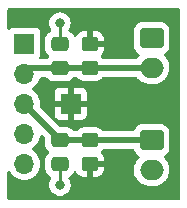
<source format=gbr>
%TF.GenerationSoftware,KiCad,Pcbnew,(6.0.1)*%
%TF.CreationDate,2022-02-14T11:52:31-05:00*%
%TF.ProjectId,SKR-Mini_TFT_Thermistor_Board,534b522d-4d69-46e6-995f-5446545f5468,rev?*%
%TF.SameCoordinates,Original*%
%TF.FileFunction,Copper,L1,Top*%
%TF.FilePolarity,Positive*%
%FSLAX46Y46*%
G04 Gerber Fmt 4.6, Leading zero omitted, Abs format (unit mm)*
G04 Created by KiCad (PCBNEW (6.0.1)) date 2022-02-14 11:52:31*
%MOMM*%
%LPD*%
G01*
G04 APERTURE LIST*
G04 Aperture macros list*
%AMRoundRect*
0 Rectangle with rounded corners*
0 $1 Rounding radius*
0 $2 $3 $4 $5 $6 $7 $8 $9 X,Y pos of 4 corners*
0 Add a 4 corners polygon primitive as box body*
4,1,4,$2,$3,$4,$5,$6,$7,$8,$9,$2,$3,0*
0 Add four circle primitives for the rounded corners*
1,1,$1+$1,$2,$3*
1,1,$1+$1,$4,$5*
1,1,$1+$1,$6,$7*
1,1,$1+$1,$8,$9*
0 Add four rect primitives between the rounded corners*
20,1,$1+$1,$2,$3,$4,$5,0*
20,1,$1+$1,$4,$5,$6,$7,0*
20,1,$1+$1,$6,$7,$8,$9,0*
20,1,$1+$1,$8,$9,$2,$3,0*%
G04 Aperture macros list end*
%TA.AperFunction,SMDPad,CuDef*%
%ADD10RoundRect,0.250000X0.475000X-0.337500X0.475000X0.337500X-0.475000X0.337500X-0.475000X-0.337500X0*%
%TD*%
%TA.AperFunction,SMDPad,CuDef*%
%ADD11RoundRect,0.250000X0.450000X-0.350000X0.450000X0.350000X-0.450000X0.350000X-0.450000X-0.350000X0*%
%TD*%
%TA.AperFunction,SMDPad,CuDef*%
%ADD12RoundRect,0.250000X-0.475000X0.337500X-0.475000X-0.337500X0.475000X-0.337500X0.475000X0.337500X0*%
%TD*%
%TA.AperFunction,SMDPad,CuDef*%
%ADD13RoundRect,0.250000X-0.450000X0.350000X-0.450000X-0.350000X0.450000X-0.350000X0.450000X0.350000X0*%
%TD*%
%TA.AperFunction,ComponentPad*%
%ADD14RoundRect,0.250000X-0.750000X0.600000X-0.750000X-0.600000X0.750000X-0.600000X0.750000X0.600000X0*%
%TD*%
%TA.AperFunction,ComponentPad*%
%ADD15O,2.000000X1.700000*%
%TD*%
%TA.AperFunction,ComponentPad*%
%ADD16R,1.700000X1.700000*%
%TD*%
%TA.AperFunction,ComponentPad*%
%ADD17O,1.700000X1.700000*%
%TD*%
%TA.AperFunction,ViaPad*%
%ADD18C,0.800000*%
%TD*%
%TA.AperFunction,Conductor*%
%ADD19C,0.250000*%
%TD*%
%TA.AperFunction,Conductor*%
%ADD20C,0.500000*%
%TD*%
G04 APERTURE END LIST*
D10*
%TO.P,C2,1*%
%TO.N,RX2-PA3*%
X115443000Y-96033500D03*
%TO.P,C2,2*%
%TO.N,GND*%
X115443000Y-93958500D03*
%TD*%
D11*
%TO.P,R2,1*%
%TO.N,RX2-PA3*%
X117983000Y-95996000D03*
%TO.P,R2,2*%
%TO.N,+3V3*%
X117983000Y-93996000D03*
%TD*%
D12*
%TO.P,C1,1*%
%TO.N,TX2-PA2*%
X115443000Y-102086500D03*
%TO.P,C1,2*%
%TO.N,GND*%
X115443000Y-104161500D03*
%TD*%
D13*
%TO.P,R1,1*%
%TO.N,TX2-PA2*%
X117983000Y-102124000D03*
%TO.P,R1,2*%
%TO.N,+3V3*%
X117983000Y-104124000D03*
%TD*%
D14*
%TO.P,T0,1,Pin_1*%
%TO.N,TX2-PA2*%
X123207000Y-102128000D03*
D15*
%TO.P,T0,2,Pin_2*%
%TO.N,GND*%
X123207000Y-104628000D03*
%TD*%
D14*
%TO.P,T1,1,Pin_1*%
%TO.N,GND*%
X123207000Y-93492000D03*
D15*
%TO.P,T1,2,Pin_2*%
%TO.N,RX2-PA3*%
X123207000Y-95992000D03*
%TD*%
D16*
%TO.P,J2,1,Pin_1*%
%TO.N,+3V3*%
X116357000Y-99030000D03*
%TD*%
%TO.P,J1,1,Pin_1*%
%TO.N,RST*%
X112420000Y-93955000D03*
D17*
%TO.P,J1,2,Pin_2*%
%TO.N,RX2-PA3*%
X112420000Y-96495000D03*
%TO.P,J1,3,Pin_3*%
%TO.N,TX2-PA2*%
X112420000Y-99035000D03*
%TO.P,J1,4,Pin_4*%
%TO.N,GND*%
X112420000Y-101575000D03*
%TO.P,J1,5,Pin_5*%
%TO.N,PWR*%
X112420000Y-104115000D03*
%TD*%
D18*
%TO.N,+3V3*%
X120523000Y-94742000D03*
X120523000Y-103378000D03*
%TO.N,GND*%
X115443000Y-92202000D03*
X115443000Y-105918000D03*
%TD*%
D19*
%TO.N,+3V3*%
X117999000Y-93980000D02*
X117983000Y-93996000D01*
X120523000Y-94742000D02*
X119761000Y-93980000D01*
X120523000Y-103378000D02*
X119761000Y-104140000D01*
X119761000Y-93980000D02*
X117999000Y-93980000D01*
X119761000Y-104140000D02*
X117999000Y-104140000D01*
%TO.N,GND*%
X115443000Y-93958500D02*
X115443000Y-92202000D01*
X115443000Y-104161500D02*
X115443000Y-105918000D01*
D20*
%TO.N,RX2-PA3*%
X117983000Y-95996000D02*
X123166000Y-95996000D01*
X115480500Y-95996000D02*
X115443000Y-96033500D01*
X117983000Y-95996000D02*
X115480500Y-95996000D01*
X123166000Y-95996000D02*
X123190000Y-95972000D01*
X115443000Y-96033500D02*
X112881500Y-96033500D01*
X112881500Y-96033500D02*
X112395000Y-96520000D01*
%TO.N,TX2-PA2*%
X123174000Y-102124000D02*
X123190000Y-102108000D01*
X115443000Y-102086500D02*
X115421500Y-102086500D01*
X117945500Y-102086500D02*
X117983000Y-102124000D01*
X117983000Y-102124000D02*
X123174000Y-102124000D01*
X115421500Y-102086500D02*
X112395000Y-99060000D01*
X115443000Y-102086500D02*
X117945500Y-102086500D01*
%TD*%
%TA.AperFunction,Conductor*%
%TO.N,+3V3*%
G36*
X125545121Y-90952002D02*
G01*
X125591614Y-91005658D01*
X125603000Y-91058000D01*
X125603000Y-107062000D01*
X125582998Y-107130121D01*
X125529342Y-107176614D01*
X125477000Y-107188000D01*
X111124000Y-107188000D01*
X111055879Y-107167998D01*
X111009386Y-107114342D01*
X110998000Y-107062000D01*
X110998000Y-104841416D01*
X111018002Y-104773295D01*
X111071658Y-104726802D01*
X111141932Y-104716698D01*
X111206512Y-104746192D01*
X111231433Y-104775581D01*
X111263536Y-104827968D01*
X111319987Y-104920088D01*
X111466250Y-105088938D01*
X111638126Y-105231632D01*
X111831000Y-105344338D01*
X111835825Y-105346180D01*
X111835826Y-105346181D01*
X111847765Y-105350740D01*
X112039692Y-105424030D01*
X112044760Y-105425061D01*
X112044763Y-105425062D01*
X112095316Y-105435347D01*
X112258597Y-105468567D01*
X112263772Y-105468757D01*
X112263774Y-105468757D01*
X112476673Y-105476564D01*
X112476677Y-105476564D01*
X112481837Y-105476753D01*
X112486957Y-105476097D01*
X112486959Y-105476097D01*
X112698288Y-105449025D01*
X112698289Y-105449025D01*
X112703416Y-105448368D01*
X112746817Y-105435347D01*
X112912429Y-105385661D01*
X112912434Y-105385659D01*
X112917384Y-105384174D01*
X113117994Y-105285896D01*
X113299860Y-105156173D01*
X113315138Y-105140949D01*
X113388604Y-105067739D01*
X113458096Y-104998489D01*
X113472445Y-104978521D01*
X113585435Y-104821277D01*
X113588453Y-104817077D01*
X113595531Y-104802757D01*
X113685136Y-104621453D01*
X113685137Y-104621451D01*
X113687430Y-104616811D01*
X113752370Y-104403069D01*
X113781529Y-104181590D01*
X113783156Y-104115000D01*
X113764852Y-103892361D01*
X113710431Y-103675702D01*
X113621354Y-103470840D01*
X113540279Y-103345517D01*
X113502822Y-103287617D01*
X113502820Y-103287614D01*
X113500014Y-103283277D01*
X113349670Y-103118051D01*
X113345619Y-103114852D01*
X113345615Y-103114848D01*
X113178414Y-102982800D01*
X113178410Y-102982798D01*
X113174359Y-102979598D01*
X113133053Y-102956796D01*
X113083084Y-102906364D01*
X113068312Y-102836921D01*
X113093428Y-102770516D01*
X113120780Y-102743909D01*
X113164603Y-102712650D01*
X113299860Y-102616173D01*
X113458096Y-102458489D01*
X113588453Y-102277077D01*
X113608962Y-102235581D01*
X113685136Y-102081453D01*
X113685137Y-102081451D01*
X113687430Y-102076811D01*
X113752370Y-101863069D01*
X113762416Y-101786763D01*
X113791138Y-101721836D01*
X113850404Y-101682744D01*
X113921395Y-101681899D01*
X113976433Y-101714114D01*
X114172595Y-101910276D01*
X114206621Y-101972588D01*
X114209500Y-101999371D01*
X114209500Y-102474400D01*
X114209837Y-102477646D01*
X114209837Y-102477650D01*
X114217234Y-102548938D01*
X114220474Y-102580166D01*
X114276450Y-102747946D01*
X114369522Y-102898348D01*
X114494697Y-103023305D01*
X114498916Y-103025906D01*
X114539417Y-103083030D01*
X114542649Y-103153953D01*
X114507024Y-103215365D01*
X114499470Y-103221922D01*
X114493652Y-103225522D01*
X114488479Y-103230704D01*
X114439811Y-103279457D01*
X114368695Y-103350697D01*
X114364855Y-103356927D01*
X114364854Y-103356928D01*
X114281779Y-103491701D01*
X114275885Y-103501262D01*
X114220203Y-103669139D01*
X114209500Y-103773600D01*
X114209500Y-104549400D01*
X114209837Y-104552646D01*
X114209837Y-104552650D01*
X114218412Y-104635290D01*
X114220474Y-104655166D01*
X114222655Y-104661702D01*
X114222655Y-104661704D01*
X114245896Y-104731365D01*
X114276450Y-104822946D01*
X114369522Y-104973348D01*
X114494697Y-105098305D01*
X114645262Y-105191115D01*
X114652209Y-105193419D01*
X114654799Y-105194627D01*
X114708085Y-105241544D01*
X114727546Y-105309821D01*
X114704162Y-105380832D01*
X114703960Y-105381056D01*
X114608473Y-105546444D01*
X114549458Y-105728072D01*
X114548768Y-105734633D01*
X114548768Y-105734635D01*
X114534804Y-105867497D01*
X114529496Y-105918000D01*
X114530186Y-105924565D01*
X114536696Y-105986500D01*
X114549458Y-106107928D01*
X114608473Y-106289556D01*
X114703960Y-106454944D01*
X114831747Y-106596866D01*
X114986248Y-106709118D01*
X114992276Y-106711802D01*
X114992278Y-106711803D01*
X115154681Y-106784109D01*
X115160712Y-106786794D01*
X115254113Y-106806647D01*
X115341056Y-106825128D01*
X115341061Y-106825128D01*
X115347513Y-106826500D01*
X115538487Y-106826500D01*
X115544939Y-106825128D01*
X115544944Y-106825128D01*
X115631887Y-106806647D01*
X115725288Y-106786794D01*
X115731319Y-106784109D01*
X115893722Y-106711803D01*
X115893724Y-106711802D01*
X115899752Y-106709118D01*
X116054253Y-106596866D01*
X116182040Y-106454944D01*
X116277527Y-106289556D01*
X116336542Y-106107928D01*
X116349305Y-105986500D01*
X116355814Y-105924565D01*
X116356504Y-105918000D01*
X116351196Y-105867497D01*
X116337232Y-105734635D01*
X116337232Y-105734633D01*
X116336542Y-105728072D01*
X116277527Y-105546444D01*
X116182040Y-105381056D01*
X116181758Y-105380742D01*
X116158667Y-105316038D01*
X116174744Y-105246885D01*
X116231008Y-105194738D01*
X116235003Y-105192866D01*
X116241946Y-105190550D01*
X116392348Y-105097478D01*
X116413852Y-105075937D01*
X116512134Y-104977483D01*
X116517305Y-104972303D01*
X116521146Y-104966072D01*
X116606275Y-104827968D01*
X116606276Y-104827966D01*
X116610115Y-104821738D01*
X116612419Y-104814791D01*
X116615513Y-104808156D01*
X116617242Y-104808962D01*
X116652121Y-104758608D01*
X116717683Y-104731365D01*
X116787566Y-104743893D01*
X116839582Y-104792213D01*
X116845392Y-104803175D01*
X116845759Y-104803958D01*
X116931063Y-104941807D01*
X116940099Y-104953208D01*
X117054829Y-105067739D01*
X117066240Y-105076751D01*
X117204243Y-105161816D01*
X117217424Y-105167963D01*
X117371710Y-105219138D01*
X117385086Y-105222005D01*
X117479438Y-105231672D01*
X117485854Y-105232000D01*
X117710885Y-105232000D01*
X117726124Y-105227525D01*
X117727329Y-105226135D01*
X117729000Y-105218452D01*
X117729000Y-105213884D01*
X118237000Y-105213884D01*
X118241475Y-105229123D01*
X118242865Y-105230328D01*
X118250548Y-105231999D01*
X118480095Y-105231999D01*
X118486614Y-105231662D01*
X118582206Y-105221743D01*
X118595600Y-105218851D01*
X118749784Y-105167412D01*
X118762962Y-105161239D01*
X118900807Y-105075937D01*
X118912208Y-105066901D01*
X119026739Y-104952171D01*
X119035751Y-104940760D01*
X119120816Y-104802757D01*
X119126963Y-104789576D01*
X119178138Y-104635290D01*
X119181005Y-104621914D01*
X119190672Y-104527562D01*
X119191000Y-104521146D01*
X119191000Y-104396115D01*
X119186525Y-104380876D01*
X119185135Y-104379671D01*
X119177452Y-104378000D01*
X118255115Y-104378000D01*
X118239876Y-104382475D01*
X118238671Y-104383865D01*
X118237000Y-104391548D01*
X118237000Y-105213884D01*
X117729000Y-105213884D01*
X117729000Y-103996000D01*
X117749002Y-103927879D01*
X117802658Y-103881386D01*
X117855000Y-103870000D01*
X119172884Y-103870000D01*
X119188123Y-103865525D01*
X119189328Y-103864135D01*
X119190999Y-103856452D01*
X119190999Y-103726905D01*
X119190662Y-103720386D01*
X119180743Y-103624794D01*
X119177851Y-103611400D01*
X119126412Y-103457216D01*
X119120239Y-103444038D01*
X119034937Y-103306193D01*
X119025901Y-103294792D01*
X118944538Y-103213570D01*
X118910459Y-103151287D01*
X118915462Y-103080467D01*
X118944383Y-103035380D01*
X119027130Y-102952488D01*
X119027134Y-102952483D01*
X119032305Y-102947303D01*
X119036146Y-102941072D01*
X119040683Y-102935327D01*
X119042013Y-102936377D01*
X119088107Y-102894892D01*
X119142597Y-102882500D01*
X121618128Y-102882500D01*
X121686249Y-102902502D01*
X121732742Y-102956158D01*
X121737649Y-102968616D01*
X121765450Y-103051946D01*
X121858522Y-103202348D01*
X121983697Y-103327305D01*
X122129340Y-103417081D01*
X122176832Y-103469852D01*
X122188256Y-103539924D01*
X122159982Y-103605048D01*
X122150195Y-103615510D01*
X122035865Y-103724576D01*
X121898246Y-103909542D01*
X121895830Y-103914293D01*
X121895828Y-103914297D01*
X121846003Y-104012296D01*
X121793760Y-104115051D01*
X121792178Y-104120145D01*
X121792177Y-104120148D01*
X121734867Y-104304715D01*
X121725393Y-104335227D01*
X121724692Y-104340516D01*
X121700752Y-104521146D01*
X121695102Y-104563774D01*
X121703751Y-104794158D01*
X121751093Y-105019791D01*
X121753051Y-105024750D01*
X121753052Y-105024752D01*
X121833763Y-105229123D01*
X121835776Y-105234221D01*
X121838543Y-105238780D01*
X121838544Y-105238783D01*
X121853750Y-105263842D01*
X121955377Y-105431317D01*
X121958874Y-105435347D01*
X122060733Y-105552729D01*
X122106477Y-105605445D01*
X122110608Y-105608832D01*
X122280627Y-105748240D01*
X122280633Y-105748244D01*
X122284755Y-105751624D01*
X122289391Y-105754263D01*
X122289394Y-105754265D01*
X122398422Y-105816327D01*
X122485114Y-105865675D01*
X122701825Y-105944337D01*
X122707074Y-105945286D01*
X122707077Y-105945287D01*
X122924608Y-105984623D01*
X122924615Y-105984624D01*
X122928692Y-105985361D01*
X122946414Y-105986197D01*
X122951356Y-105986430D01*
X122951363Y-105986430D01*
X122952844Y-105986500D01*
X123414890Y-105986500D01*
X123481809Y-105980822D01*
X123581409Y-105972371D01*
X123581413Y-105972370D01*
X123586720Y-105971920D01*
X123591875Y-105970582D01*
X123591881Y-105970581D01*
X123804703Y-105915343D01*
X123804707Y-105915342D01*
X123809872Y-105914001D01*
X123814738Y-105911809D01*
X123814741Y-105911808D01*
X124015202Y-105821507D01*
X124020075Y-105819312D01*
X124211319Y-105690559D01*
X124378135Y-105531424D01*
X124418812Y-105476753D01*
X124512568Y-105350740D01*
X124515754Y-105346458D01*
X124531221Y-105316038D01*
X124575815Y-105228327D01*
X124620240Y-105140949D01*
X124633482Y-105098305D01*
X124687024Y-104925871D01*
X124688607Y-104920773D01*
X124702494Y-104815998D01*
X124718198Y-104697511D01*
X124718198Y-104697506D01*
X124718898Y-104692226D01*
X124710249Y-104461842D01*
X124662907Y-104236209D01*
X124615039Y-104115000D01*
X124580185Y-104026744D01*
X124580184Y-104026742D01*
X124578224Y-104021779D01*
X124496646Y-103887342D01*
X124461390Y-103829243D01*
X124458623Y-103824683D01*
X124371755Y-103724576D01*
X124311023Y-103654588D01*
X124311021Y-103654586D01*
X124307523Y-103650555D01*
X124271880Y-103621330D01*
X124231886Y-103562671D01*
X124229954Y-103491701D01*
X124266698Y-103430952D01*
X124285468Y-103416752D01*
X124425120Y-103330332D01*
X124431348Y-103326478D01*
X124450553Y-103307240D01*
X124551134Y-103206483D01*
X124556305Y-103201303D01*
X124585492Y-103153953D01*
X124645275Y-103056968D01*
X124645276Y-103056966D01*
X124649115Y-103050738D01*
X124691925Y-102921669D01*
X124702632Y-102889389D01*
X124702632Y-102889387D01*
X124704797Y-102882861D01*
X124715500Y-102778400D01*
X124715500Y-101477600D01*
X124704526Y-101371834D01*
X124702168Y-101364764D01*
X124650868Y-101211002D01*
X124648550Y-101204054D01*
X124555478Y-101053652D01*
X124502938Y-101001203D01*
X124435483Y-100933866D01*
X124430303Y-100928695D01*
X124379550Y-100897410D01*
X124285968Y-100839725D01*
X124285966Y-100839724D01*
X124279738Y-100835885D01*
X124119254Y-100782655D01*
X124118389Y-100782368D01*
X124118387Y-100782368D01*
X124111861Y-100780203D01*
X124105025Y-100779503D01*
X124105022Y-100779502D01*
X124061969Y-100775091D01*
X124007400Y-100769500D01*
X122406600Y-100769500D01*
X122403354Y-100769837D01*
X122403350Y-100769837D01*
X122307692Y-100779762D01*
X122307688Y-100779763D01*
X122300834Y-100780474D01*
X122294298Y-100782655D01*
X122294296Y-100782655D01*
X122162194Y-100826728D01*
X122133054Y-100836450D01*
X121982652Y-100929522D01*
X121857695Y-101054697D01*
X121853855Y-101060927D01*
X121853854Y-101060928D01*
X121795950Y-101154866D01*
X121764885Y-101205262D01*
X121762581Y-101212209D01*
X121740372Y-101279167D01*
X121699942Y-101337527D01*
X121634377Y-101364764D01*
X121620779Y-101365500D01*
X119142428Y-101365500D01*
X119074307Y-101345498D01*
X119040505Y-101311112D01*
X119039875Y-101311612D01*
X119035332Y-101305880D01*
X119031478Y-101299652D01*
X118906303Y-101174695D01*
X118865746Y-101149695D01*
X118761968Y-101085725D01*
X118761966Y-101085724D01*
X118755738Y-101081885D01*
X118658151Y-101049517D01*
X118594389Y-101028368D01*
X118594387Y-101028368D01*
X118587861Y-101026203D01*
X118581025Y-101025503D01*
X118581022Y-101025502D01*
X118537969Y-101021091D01*
X118483400Y-101015500D01*
X117482600Y-101015500D01*
X117479354Y-101015837D01*
X117479350Y-101015837D01*
X117383692Y-101025762D01*
X117383688Y-101025763D01*
X117376834Y-101026474D01*
X117370298Y-101028655D01*
X117370296Y-101028655D01*
X117273563Y-101060928D01*
X117209054Y-101082450D01*
X117058652Y-101175522D01*
X117053479Y-101180704D01*
X116943357Y-101291018D01*
X116881074Y-101325097D01*
X116854184Y-101328000D01*
X116618590Y-101328000D01*
X116550469Y-101307998D01*
X116520086Y-101280482D01*
X116516478Y-101274652D01*
X116391303Y-101149695D01*
X116317667Y-101104305D01*
X116246968Y-101060725D01*
X116246966Y-101060724D01*
X116240738Y-101056885D01*
X116146121Y-101025502D01*
X116079389Y-101003368D01*
X116079387Y-101003368D01*
X116072861Y-101001203D01*
X116066025Y-101000503D01*
X116066022Y-101000502D01*
X116022969Y-100996091D01*
X115968400Y-100990500D01*
X115450371Y-100990500D01*
X115382250Y-100970498D01*
X115361276Y-100953595D01*
X114332350Y-99924669D01*
X114999001Y-99924669D01*
X114999371Y-99931490D01*
X115004895Y-99982352D01*
X115008521Y-99997604D01*
X115053676Y-100118054D01*
X115062214Y-100133649D01*
X115138715Y-100235724D01*
X115151276Y-100248285D01*
X115253351Y-100324786D01*
X115268946Y-100333324D01*
X115389394Y-100378478D01*
X115404649Y-100382105D01*
X115455514Y-100387631D01*
X115462328Y-100388000D01*
X116084885Y-100388000D01*
X116100124Y-100383525D01*
X116101329Y-100382135D01*
X116103000Y-100374452D01*
X116103000Y-100369884D01*
X116611000Y-100369884D01*
X116615475Y-100385123D01*
X116616865Y-100386328D01*
X116624548Y-100387999D01*
X117251669Y-100387999D01*
X117258490Y-100387629D01*
X117309352Y-100382105D01*
X117324604Y-100378479D01*
X117445054Y-100333324D01*
X117460649Y-100324786D01*
X117562724Y-100248285D01*
X117575285Y-100235724D01*
X117651786Y-100133649D01*
X117660324Y-100118054D01*
X117705478Y-99997606D01*
X117709105Y-99982351D01*
X117714631Y-99931486D01*
X117715000Y-99924672D01*
X117715000Y-99302115D01*
X117710525Y-99286876D01*
X117709135Y-99285671D01*
X117701452Y-99284000D01*
X116629115Y-99284000D01*
X116613876Y-99288475D01*
X116612671Y-99289865D01*
X116611000Y-99297548D01*
X116611000Y-100369884D01*
X116103000Y-100369884D01*
X116103000Y-99302115D01*
X116098525Y-99286876D01*
X116097135Y-99285671D01*
X116089452Y-99284000D01*
X115017116Y-99284000D01*
X115001877Y-99288475D01*
X115000672Y-99289865D01*
X114999001Y-99297548D01*
X114999001Y-99924669D01*
X114332350Y-99924669D01*
X113793792Y-99386111D01*
X113759766Y-99323799D01*
X113757965Y-99280569D01*
X113781092Y-99104908D01*
X113781529Y-99101590D01*
X113783156Y-99035000D01*
X113764852Y-98812361D01*
X113751169Y-98757885D01*
X114999000Y-98757885D01*
X115003475Y-98773124D01*
X115004865Y-98774329D01*
X115012548Y-98776000D01*
X116084885Y-98776000D01*
X116100124Y-98771525D01*
X116101329Y-98770135D01*
X116103000Y-98762452D01*
X116103000Y-98757885D01*
X116611000Y-98757885D01*
X116615475Y-98773124D01*
X116616865Y-98774329D01*
X116624548Y-98776000D01*
X117696884Y-98776000D01*
X117712123Y-98771525D01*
X117713328Y-98770135D01*
X117714999Y-98762452D01*
X117714999Y-98135331D01*
X117714629Y-98128510D01*
X117709105Y-98077648D01*
X117705479Y-98062396D01*
X117660324Y-97941946D01*
X117651786Y-97926351D01*
X117575285Y-97824276D01*
X117562724Y-97811715D01*
X117460649Y-97735214D01*
X117445054Y-97726676D01*
X117324606Y-97681522D01*
X117309351Y-97677895D01*
X117258486Y-97672369D01*
X117251672Y-97672000D01*
X116629115Y-97672000D01*
X116613876Y-97676475D01*
X116612671Y-97677865D01*
X116611000Y-97685548D01*
X116611000Y-98757885D01*
X116103000Y-98757885D01*
X116103000Y-97690116D01*
X116098525Y-97674877D01*
X116097135Y-97673672D01*
X116089452Y-97672001D01*
X115462331Y-97672001D01*
X115455510Y-97672371D01*
X115404648Y-97677895D01*
X115389396Y-97681521D01*
X115268946Y-97726676D01*
X115253351Y-97735214D01*
X115151276Y-97811715D01*
X115138715Y-97824276D01*
X115062214Y-97926351D01*
X115053676Y-97941946D01*
X115008522Y-98062394D01*
X115004895Y-98077649D01*
X114999369Y-98128514D01*
X114999000Y-98135328D01*
X114999000Y-98757885D01*
X113751169Y-98757885D01*
X113710431Y-98595702D01*
X113621354Y-98390840D01*
X113500014Y-98203277D01*
X113349670Y-98038051D01*
X113345619Y-98034852D01*
X113345615Y-98034848D01*
X113178414Y-97902800D01*
X113178410Y-97902798D01*
X113174359Y-97899598D01*
X113133053Y-97876796D01*
X113083084Y-97826364D01*
X113068312Y-97756921D01*
X113093428Y-97690516D01*
X113120780Y-97663909D01*
X113164603Y-97632650D01*
X113299860Y-97536173D01*
X113458096Y-97378489D01*
X113479027Y-97349361D01*
X113585435Y-97201277D01*
X113588453Y-97197077D01*
X113596732Y-97180327D01*
X113685136Y-97001453D01*
X113685137Y-97001451D01*
X113687430Y-96996811D01*
X113722504Y-96881371D01*
X113761445Y-96822007D01*
X113826299Y-96793120D01*
X113843062Y-96792000D01*
X114267410Y-96792000D01*
X114335531Y-96812002D01*
X114365914Y-96839518D01*
X114369522Y-96845348D01*
X114494697Y-96970305D01*
X114500927Y-96974145D01*
X114500928Y-96974146D01*
X114638090Y-97058694D01*
X114645262Y-97063115D01*
X114725005Y-97089564D01*
X114806611Y-97116632D01*
X114806613Y-97116632D01*
X114813139Y-97118797D01*
X114819975Y-97119497D01*
X114819978Y-97119498D01*
X114863031Y-97123909D01*
X114917600Y-97129500D01*
X115968400Y-97129500D01*
X115971646Y-97129163D01*
X115971650Y-97129163D01*
X116067308Y-97119238D01*
X116067312Y-97119237D01*
X116074166Y-97118526D01*
X116080702Y-97116345D01*
X116080704Y-97116345D01*
X116212806Y-97072272D01*
X116241946Y-97062550D01*
X116392348Y-96969478D01*
X116517305Y-96844303D01*
X116532071Y-96820348D01*
X116535749Y-96814382D01*
X116588522Y-96766890D01*
X116643008Y-96754500D01*
X116823572Y-96754500D01*
X116891693Y-96774502D01*
X116925495Y-96808888D01*
X116926125Y-96808388D01*
X116930668Y-96814120D01*
X116934522Y-96820348D01*
X117059697Y-96945305D01*
X117065927Y-96949145D01*
X117065928Y-96949146D01*
X117203090Y-97033694D01*
X117210262Y-97038115D01*
X117268824Y-97057539D01*
X117371611Y-97091632D01*
X117371613Y-97091632D01*
X117378139Y-97093797D01*
X117384975Y-97094497D01*
X117384978Y-97094498D01*
X117428031Y-97098909D01*
X117482600Y-97104500D01*
X118483400Y-97104500D01*
X118486646Y-97104163D01*
X118486650Y-97104163D01*
X118582308Y-97094238D01*
X118582312Y-97094237D01*
X118589166Y-97093526D01*
X118595702Y-97091345D01*
X118595704Y-97091345D01*
X118727806Y-97047272D01*
X118756946Y-97037550D01*
X118907348Y-96944478D01*
X119032305Y-96819303D01*
X119036146Y-96813072D01*
X119040683Y-96807327D01*
X119042013Y-96808377D01*
X119088107Y-96766892D01*
X119142597Y-96754500D01*
X121862470Y-96754500D01*
X121930591Y-96774502D01*
X121957635Y-96797919D01*
X121971921Y-96814382D01*
X122045438Y-96899103D01*
X122106477Y-96969445D01*
X122133810Y-96991857D01*
X122280627Y-97112240D01*
X122280633Y-97112244D01*
X122284755Y-97115624D01*
X122289391Y-97118263D01*
X122289394Y-97118265D01*
X122350933Y-97153295D01*
X122485114Y-97229675D01*
X122701825Y-97308337D01*
X122707074Y-97309286D01*
X122707077Y-97309287D01*
X122924608Y-97348623D01*
X122924615Y-97348624D01*
X122928692Y-97349361D01*
X122946414Y-97350197D01*
X122951356Y-97350430D01*
X122951363Y-97350430D01*
X122952844Y-97350500D01*
X123414890Y-97350500D01*
X123481809Y-97344822D01*
X123581409Y-97336371D01*
X123581413Y-97336370D01*
X123586720Y-97335920D01*
X123591875Y-97334582D01*
X123591881Y-97334581D01*
X123804703Y-97279343D01*
X123804707Y-97279342D01*
X123809872Y-97278001D01*
X123814738Y-97275809D01*
X123814741Y-97275808D01*
X124015202Y-97185507D01*
X124020075Y-97183312D01*
X124211319Y-97054559D01*
X124226142Y-97040419D01*
X124332145Y-96939296D01*
X124378135Y-96895424D01*
X124515754Y-96710458D01*
X124528843Y-96684715D01*
X124617822Y-96509704D01*
X124620240Y-96504949D01*
X124688607Y-96284773D01*
X124718898Y-96056226D01*
X124710249Y-95825842D01*
X124662907Y-95600209D01*
X124660948Y-95595248D01*
X124580185Y-95390744D01*
X124580184Y-95390742D01*
X124578224Y-95385779D01*
X124458623Y-95188683D01*
X124439538Y-95166689D01*
X124311023Y-95018588D01*
X124311021Y-95018586D01*
X124307523Y-95014555D01*
X124271880Y-94985330D01*
X124231886Y-94926671D01*
X124229954Y-94855701D01*
X124266698Y-94794952D01*
X124285468Y-94780752D01*
X124425120Y-94694332D01*
X124431348Y-94690478D01*
X124556305Y-94565303D01*
X124626044Y-94452166D01*
X124645275Y-94420968D01*
X124645276Y-94420966D01*
X124649115Y-94414738D01*
X124675564Y-94334995D01*
X124702632Y-94253389D01*
X124702632Y-94253387D01*
X124704797Y-94246861D01*
X124715500Y-94142400D01*
X124715500Y-92841600D01*
X124711595Y-92803962D01*
X124705238Y-92742692D01*
X124705237Y-92742688D01*
X124704526Y-92735834D01*
X124661220Y-92606029D01*
X124650868Y-92575002D01*
X124648550Y-92568054D01*
X124555478Y-92417652D01*
X124430303Y-92292695D01*
X124293820Y-92208565D01*
X124285968Y-92203725D01*
X124285966Y-92203724D01*
X124279738Y-92199885D01*
X124119254Y-92146655D01*
X124118389Y-92146368D01*
X124118387Y-92146368D01*
X124111861Y-92144203D01*
X124105025Y-92143503D01*
X124105022Y-92143502D01*
X124061969Y-92139091D01*
X124007400Y-92133500D01*
X122406600Y-92133500D01*
X122403354Y-92133837D01*
X122403350Y-92133837D01*
X122307692Y-92143762D01*
X122307688Y-92143763D01*
X122300834Y-92144474D01*
X122294298Y-92146655D01*
X122294296Y-92146655D01*
X122162194Y-92190728D01*
X122133054Y-92200450D01*
X121982652Y-92293522D01*
X121857695Y-92418697D01*
X121764885Y-92569262D01*
X121709203Y-92737139D01*
X121698500Y-92841600D01*
X121698500Y-94142400D01*
X121698837Y-94145646D01*
X121698837Y-94145650D01*
X121702022Y-94176342D01*
X121709474Y-94248166D01*
X121711655Y-94254702D01*
X121711655Y-94254704D01*
X121743332Y-94349650D01*
X121765450Y-94415946D01*
X121858522Y-94566348D01*
X121863704Y-94571521D01*
X121883735Y-94591517D01*
X121983697Y-94691305D01*
X122129340Y-94781081D01*
X122176832Y-94833852D01*
X122188256Y-94903924D01*
X122159982Y-94969048D01*
X122150195Y-94979510D01*
X122117007Y-95011170D01*
X122035865Y-95088576D01*
X121964382Y-95184653D01*
X121962849Y-95186713D01*
X121906139Y-95229426D01*
X121861760Y-95237500D01*
X119142428Y-95237500D01*
X119074307Y-95217498D01*
X119040505Y-95183112D01*
X119039875Y-95183612D01*
X119035332Y-95177880D01*
X119031478Y-95171652D01*
X118962410Y-95102704D01*
X118944537Y-95084862D01*
X118910458Y-95022579D01*
X118915461Y-94951759D01*
X118944382Y-94906671D01*
X119026739Y-94824171D01*
X119035751Y-94812760D01*
X119120816Y-94674757D01*
X119126963Y-94661576D01*
X119178138Y-94507290D01*
X119181005Y-94493914D01*
X119190672Y-94399562D01*
X119191000Y-94393146D01*
X119191000Y-94268115D01*
X119186525Y-94252876D01*
X119185135Y-94251671D01*
X119177452Y-94250000D01*
X117855000Y-94250000D01*
X117786879Y-94229998D01*
X117740386Y-94176342D01*
X117729000Y-94124000D01*
X117729000Y-93723885D01*
X118237000Y-93723885D01*
X118241475Y-93739124D01*
X118242865Y-93740329D01*
X118250548Y-93742000D01*
X119172884Y-93742000D01*
X119188123Y-93737525D01*
X119189328Y-93736135D01*
X119190999Y-93728452D01*
X119190999Y-93598905D01*
X119190662Y-93592386D01*
X119180743Y-93496794D01*
X119177851Y-93483400D01*
X119126412Y-93329216D01*
X119120239Y-93316038D01*
X119034937Y-93178193D01*
X119025901Y-93166792D01*
X118911171Y-93052261D01*
X118899760Y-93043249D01*
X118761757Y-92958184D01*
X118748576Y-92952037D01*
X118594290Y-92900862D01*
X118580914Y-92897995D01*
X118486562Y-92888328D01*
X118480145Y-92888000D01*
X118255115Y-92888000D01*
X118239876Y-92892475D01*
X118238671Y-92893865D01*
X118237000Y-92901548D01*
X118237000Y-93723885D01*
X117729000Y-93723885D01*
X117729000Y-92906116D01*
X117724525Y-92890877D01*
X117723135Y-92889672D01*
X117715452Y-92888001D01*
X117485905Y-92888001D01*
X117479386Y-92888338D01*
X117383794Y-92898257D01*
X117370400Y-92901149D01*
X117216216Y-92952588D01*
X117203038Y-92958761D01*
X117065193Y-93044063D01*
X117053792Y-93053099D01*
X116939261Y-93167829D01*
X116930249Y-93179240D01*
X116841342Y-93323475D01*
X116840154Y-93322743D01*
X116798477Y-93370078D01*
X116730200Y-93389540D01*
X116662240Y-93368999D01*
X116616174Y-93314977D01*
X116612062Y-93304416D01*
X116611868Y-93304002D01*
X116609550Y-93297054D01*
X116516478Y-93146652D01*
X116391303Y-93021695D01*
X116240738Y-92928885D01*
X116233791Y-92926581D01*
X116231201Y-92925373D01*
X116177915Y-92878456D01*
X116158454Y-92810179D01*
X116181838Y-92739168D01*
X116182040Y-92738944D01*
X116277527Y-92573556D01*
X116336542Y-92391928D01*
X116356504Y-92202000D01*
X116349339Y-92133828D01*
X116337232Y-92018635D01*
X116337232Y-92018633D01*
X116336542Y-92012072D01*
X116277527Y-91830444D01*
X116182040Y-91665056D01*
X116054253Y-91523134D01*
X115899752Y-91410882D01*
X115893724Y-91408198D01*
X115893722Y-91408197D01*
X115731319Y-91335891D01*
X115731318Y-91335891D01*
X115725288Y-91333206D01*
X115631888Y-91313353D01*
X115544944Y-91294872D01*
X115544939Y-91294872D01*
X115538487Y-91293500D01*
X115347513Y-91293500D01*
X115341061Y-91294872D01*
X115341056Y-91294872D01*
X115254113Y-91313353D01*
X115160712Y-91333206D01*
X115154682Y-91335891D01*
X115154681Y-91335891D01*
X114992278Y-91408197D01*
X114992276Y-91408198D01*
X114986248Y-91410882D01*
X114831747Y-91523134D01*
X114703960Y-91665056D01*
X114608473Y-91830444D01*
X114549458Y-92012072D01*
X114548768Y-92018633D01*
X114548768Y-92018635D01*
X114536661Y-92133828D01*
X114529496Y-92202000D01*
X114549458Y-92391928D01*
X114608473Y-92573556D01*
X114703960Y-92738944D01*
X114704242Y-92739258D01*
X114727333Y-92803962D01*
X114711256Y-92873115D01*
X114654992Y-92925262D01*
X114650997Y-92927134D01*
X114644054Y-92929450D01*
X114493652Y-93022522D01*
X114488479Y-93027704D01*
X114463965Y-93052261D01*
X114368695Y-93147697D01*
X114364855Y-93153927D01*
X114364854Y-93153928D01*
X114349252Y-93179240D01*
X114275885Y-93298262D01*
X114220203Y-93466139D01*
X114209500Y-93570600D01*
X114209500Y-94346400D01*
X114209837Y-94349646D01*
X114209837Y-94349650D01*
X114216591Y-94414738D01*
X114220474Y-94452166D01*
X114276450Y-94619946D01*
X114369522Y-94770348D01*
X114494697Y-94895305D01*
X114498916Y-94897906D01*
X114539417Y-94955030D01*
X114542649Y-95025953D01*
X114507024Y-95087365D01*
X114499470Y-95093922D01*
X114493652Y-95097522D01*
X114368695Y-95222697D01*
X114365739Y-95227493D01*
X114308386Y-95268155D01*
X114267422Y-95275000D01*
X113805155Y-95275000D01*
X113737034Y-95254998D01*
X113690541Y-95201342D01*
X113680437Y-95131068D01*
X113704328Y-95073437D01*
X113720615Y-95051705D01*
X113771745Y-94915316D01*
X113778500Y-94853134D01*
X113778500Y-93056866D01*
X113771745Y-92994684D01*
X113720615Y-92858295D01*
X113633261Y-92741739D01*
X113516705Y-92654385D01*
X113380316Y-92603255D01*
X113318134Y-92596500D01*
X111521866Y-92596500D01*
X111459684Y-92603255D01*
X111323295Y-92654385D01*
X111206739Y-92741739D01*
X111206161Y-92740968D01*
X111150783Y-92771208D01*
X111079968Y-92766143D01*
X111023132Y-92723596D01*
X110998321Y-92657076D01*
X110998000Y-92648087D01*
X110998000Y-91058000D01*
X111018002Y-90989879D01*
X111071658Y-90943386D01*
X111124000Y-90932000D01*
X125477000Y-90932000D01*
X125545121Y-90952002D01*
G37*
%TD.AperFunction*%
%TD*%
M02*

</source>
